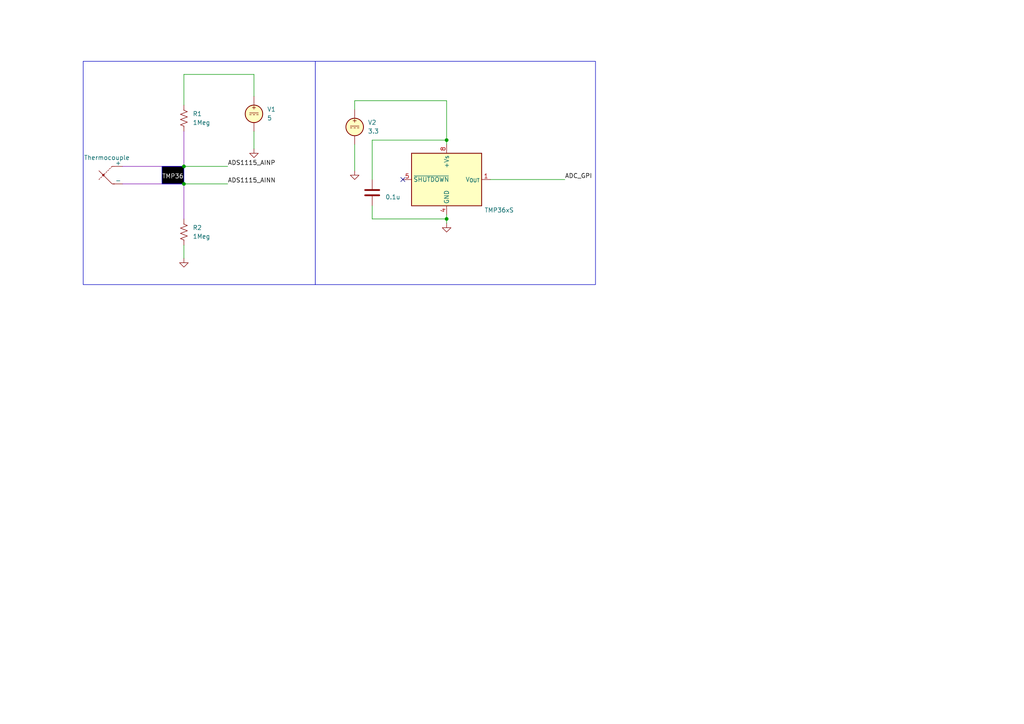
<source format=kicad_sch>
(kicad_sch (version 20230121) (generator eeschema)
  (paper "A4")
  (lib_symbols
    (symbol "Device:C" (pin_numbers hide) (pin_names (offset 0.254))
      (property "Reference" "C" (at 0.635 2.54 0))
      (property "Value" "C" (at 0.635 -2.54 0))
      (symbol "C_0_1"
        (polyline (pts (xy -2.032 -0.762) (xy 2.032 -0.762)) (stroke (width 0.508)))
        (polyline (pts (xy -2.032 0.762) (xy 2.032 0.762)) (stroke (width 0.508)))
      )
      (symbol "C_1_1"
        (pin passive line (at 0 3.81 270) (length 2.794) (name "~") (number "1"))
        (pin passive line (at 0 -3.81 90) (length 2.794) (name "~") (number "2"))
      )
    )
    (symbol "Device:R_US" (pin_numbers hide) (pin_names (offset 0))
      (property "Reference" "R" (at 2.54 0 90))
      (property "Value" "R_US" (at -2.54 0 90))
      (symbol "R_US_0_1"
        (polyline (pts (xy 0 -2.286) (xy 0 -2.54)))
        (polyline (pts (xy 0 2.286) (xy 0 2.54)))
        (polyline (pts (xy 0 -0.762) (xy 1.016 -1.143) (xy 0 -1.524) (xy -1.016 -1.905) (xy 0 -2.286)))
        (polyline (pts (xy 0 0.762) (xy 1.016 0.381) (xy 0 0) (xy -1.016 -0.381) (xy 0 -0.762)))
        (polyline (pts (xy 0 2.286) (xy 1.016 1.905) (xy 0 1.524) (xy -1.016 1.143) (xy 0 0.762)))
      )
      (symbol "R_US_1_1"
        (pin passive line (at 0 3.81 270) (length 1.27) (name "~") (number "1"))
        (pin passive line (at 0 -3.81 90) (length 1.27) (name "~") (number "2"))
      )
    )
    (symbol "Device:Thermocouple" (pin_numbers hide) (pin_names (offset 0))
      (property "Reference" "TC" (at -3.048 3.81 0))
      (property "Value" "Thermocouple" (at -5.08 -4.064 0))
      (symbol "Thermocouple_0_1"
        (circle (center -3.048 0) (radius 0.254) (fill (type outline)))
        (polyline (pts (xy -4.064 -1.016) (xy -4.318 -1.27)))
        (polyline (pts (xy -3.556 -0.508) (xy -3.81 -0.762)))
        (polyline (pts (xy -3.048 0) (xy -3.302 -0.254)))
        (polyline (pts (xy -2.54 0.508) (xy -2.794 0.254)))
        (polyline (pts (xy -2.032 1.016) (xy -2.286 0.762)))
        (polyline (pts (xy -1.524 1.524) (xy -1.778 1.27)))
        (polyline (pts (xy -1.016 2.032) (xy -1.27 1.778)))
        (polyline (pts (xy -0.508 2.54) (xy -0.762 2.286)))
        (polyline (pts (xy 0 -2.54) (xy -0.254 -2.54)))
        (polyline (pts (xy 0 2.54) (xy -0.508 2.54)))
        (polyline (pts (xy 0.254 -2.54) (xy -0.508 -2.54) (xy -4.318 1.27)))
      )
      (symbol "Thermocouple_1_1"
        (pin passive line (at 2.54 2.54 180) (length 2.54) (name "+") (number "1"))
        (pin passive line (at 2.54 -2.54 180) (length 2.54) (name "-") (number "2"))
      )
    )
    (symbol "Sensor_Temperature:TMP36xS"
      (property "Reference" "U" (at -8.89 8.89 0))
      (property "Value" "TMP36xS" (at 6.35 -8.89 0))
      (symbol "TMP36xS_0_1"
        (rectangle (start -10.16 7.62) (end 10.16 -7.62) (stroke (width 0.254)) (fill (type background)))
      )
      (symbol "TMP36xS_1_1"
        (pin output line (at 12.7 0 180) (length 2.54) (name "V_{OUT}") (number "1"))
        (pin power_in line (at 0 -10.16 90) (length 2.54) (name "GND") (number "4"))
        (pin input line (at -12.7 0 0) (length 2.54) (name "~{SHUTDOWN}") (number "5"))
        (pin power_in line (at 0 10.16 270) (length 2.54) (name "+Vs") (number "8"))
      )
    )
    (symbol "Simulation_SPICE:VDC" (pin_numbers hide) (pin_names (offset 0.0254))
      (property "Reference" "V" (at 2.54 2.54 0))
      (property "Value" "1" (at 2.54 0 0))
      (symbol "VDC_0_0"
        (polyline (pts (xy -1.27 0.254) (xy 1.27 0.254)))
        (polyline (pts (xy -0.762 -0.254) (xy -1.27 -0.254)))
        (polyline (pts (xy 0.254 -0.254) (xy -0.254 -0.254)))
        (polyline (pts (xy 1.27 -0.254) (xy 0.762 -0.254)))
        (text "+" (at 0 1.905 0) (effects (font (size 1.27 1.27))))
      )
      (symbol "VDC_0_1"
        (circle (center 0 0) (radius 2.54) (stroke (width 0.254)) (fill (type background)))
      )
      (symbol "VDC_1_1"
        (pin passive line (at 0 5.08 270) (length 2.54) (name "~") (number "1"))
        (pin passive line (at 0 -5.08 90) (length 2.54) (name "~") (number "2"))
      )
    )
    (symbol "power:GND" (power) (pin_names (offset 0))
      (property "Value" "GND" (at 0 -3.81 0))
      (symbol "GND_0_1"
        (polyline (pts (xy 0 0) (xy 0 -1.27) (xy 1.27 -1.27) (xy 0 -2.54) (xy -1.27 -1.27) (xy 0 -1.27)))
      )
      (symbol "GND_1_1"
        (pin power_in line (at 0 0 270) (length 0) hide (name "GND") (number "1"))
      )
    )
  )
  (junction (at 129.54 40.64))
  (junction (at 129.54 63.5))
  (junction (at 53.34 48.26))
  (junction (at 53.34 53.34))
  (no_connect (at 116.84 52.07))
  (wire (pts (xy 35.56 48.26) (xy 53.34 48.26)) (stroke (width 0) (color 123 8 175 1)))
  (wire (pts (xy 107.95 59.69) (xy 107.95 63.5)))
  (wire (pts (xy 53.34 71.12) (xy 53.34 74.93)))
  (wire (pts (xy 129.54 62.23) (xy 129.54 63.5)))
  (wire (pts (xy 53.34 53.34) (xy 53.34 63.5)) (stroke (width 0) (color 123 8 175 1)))
  (wire (pts (xy 107.95 52.07) (xy 107.95 40.64)))
  (wire (pts (xy 73.66 21.59) (xy 73.66 27.94)))
  (wire (pts (xy 102.87 41.91) (xy 102.87 49.53)))
  (wire (pts (xy 53.34 48.26) (xy 53.34 38.1)) (stroke (width 0) (color 123 8 175 1)))
  (wire (pts (xy 102.87 29.21) (xy 102.87 31.75)))
  (wire (pts (xy 53.34 30.48) (xy 53.34 21.59)))
  (wire (pts (xy 107.95 40.64) (xy 129.54 40.64)))
  (wire (pts (xy 129.54 29.21) (xy 129.54 40.64)))
  (wire (pts (xy 35.56 53.34) (xy 53.34 53.34)) (stroke (width 0) (color 123 8 175 1)))
  (wire (pts (xy 129.54 40.64) (xy 129.54 41.91)))
  (wire (pts (xy 53.34 21.59) (xy 73.66 21.59)))
  (wire (pts (xy 53.34 53.34) (xy 66.04 53.34)))
  (wire (pts (xy 102.87 29.21) (xy 129.54 29.21)))
  (wire (pts (xy 142.24 52.07) (xy 163.83 52.07)))
  (wire (pts (xy 107.95 63.5) (xy 129.54 63.5)))
  (wire (pts (xy 129.54 63.5) (xy 129.54 64.77)))
  (wire (pts (xy 53.34 48.26) (xy 66.04 48.26)))
  (wire (pts (xy 73.66 38.1) (xy 73.66 43.18)))
  (rectangle (start 24.13 17.78) (end 91.44 82.55))
  (rectangle (start 91.44 17.78) (end 172.72 82.55))
  (rectangle (start 46.99 48.26) (end 53.34 53.34) (fill (type color) (color 0 0 0 1)))
  (text "TMP36" (at 46.99 52.07 0) (effects (font (size 1.27 1.27)) (justify left bottom)))
  (label "ADC_GPI" (at 163.83 52.07 0))
  (label "ADS1115_AINN" (at 66.04 53.34 0))
  (label "ADS1115_AINP" (at 66.04 48.26 0))
  (symbol (lib_id "Device:Thermocouple") (at 33.02 50.8 0) (unit 1)
    (property "Reference" "TC1" (effects hide))
    (property "Value" "Thermocouple" (at 30.988 45.72 0))
  )
  (symbol (lib_id "Device:C") (at 107.95 55.88 0) (unit 1)
    (property "Reference" "C1" (effects hide))
    (property "Value" "0.1u" (at 111.76 57.15 0) (effects (justify left)))
  )
  (symbol (lib_id "Simulation_SPICE:VDC") (at 73.66 33.02 0) (unit 1)
    (property "Reference" "V1" (at 77.47 31.7142 0) (effects (justify left)))
    (property "Value" "5" (at 77.47 34.2542 0) (effects (justify left)))
    (property "Sim.Pins" "1=+ 2=-" (effects hide))
    (property "Sim.Type" "DC" (effects hide))
    (property "Sim.Device" "V" (effects hide))
  )
  (symbol (lib_id "power:GND") (at 129.54 64.77 0) (unit 1)
    (property "Reference" "#PWR04" (effects hide))
    (property "Value" "GND" (effects hide))
  )
  (symbol (lib_id "Device:R_US") (at 53.34 67.31 0) (unit 1)
    (property "Reference" "R2" (at 55.88 66.04 0) (effects (justify left)))
    (property "Value" "1Meg" (at 55.88 68.58 0) (effects (justify left)))
  )
  (symbol (lib_id "Device:R_US") (at 53.34 34.29 0) (unit 1)
    (property "Reference" "R1" (at 55.88 33.02 0) (effects (justify left)))
    (property "Value" "1Meg" (at 55.88 35.56 0) (effects (justify left)))
  )
  (symbol (lib_id "power:GND") (at 102.87 49.53 0) (unit 1)
    (property "Reference" "#PWR03" (effects hide))
    (property "Value" "GND" (effects hide))
  )
  (symbol (lib_id "Simulation_SPICE:VDC") (at 102.87 36.83 0) (unit 1)
    (property "Reference" "V2" (at 106.68 35.5242 0) (effects (justify left)))
    (property "Value" "3.3" (at 106.68 38.0642 0) (effects (justify left)))
    (property "Sim.Pins" "1=+ 2=-" (effects hide))
    (property "Sim.Type" "DC" (effects hide))
    (property "Sim.Device" "V" (effects hide))
  )
  (symbol (lib_id "Sensor_Temperature:TMP36xS") (at 129.54 52.07 0) (unit 1)
    (property "Reference" "U1" (effects hide))
    (property "Value" "TMP36xS" (at 144.78 60.96 0))
    (property "Footprint" "Package_SO:SOIC-8_3.9x4.9mm_P1.27mm" (effects hide))
    (property "Datasheet" "https://www.analog.com/media/en/technical-documentation/data-sheets/TMP35_36_37.pdf" (effects hide))
  )
  (symbol (lib_id "power:GND") (at 73.66 43.18 0) (unit 1)
    (property "Reference" "#PWR02" (effects hide))
    (property "Value" "GND" (effects hide))
  )
  (symbol (lib_id "power:GND") (at 53.34 74.93 0) (unit 1)
    (property "Reference" "#PWR01" (effects hide))
    (property "Value" "GND" (effects hide))
  )
)
</source>
